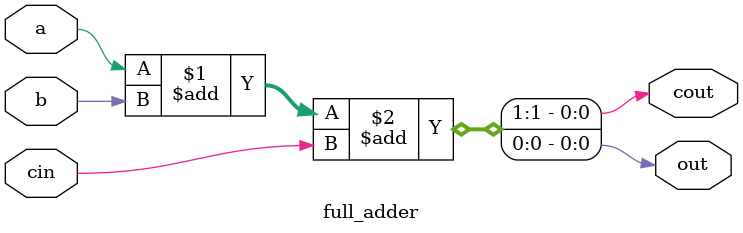
<source format=v>
module full_adder(
	input	a,b,cin,
	output	out,cout
);

assign {cout,out} = a + b + cin;

endmodule
</source>
